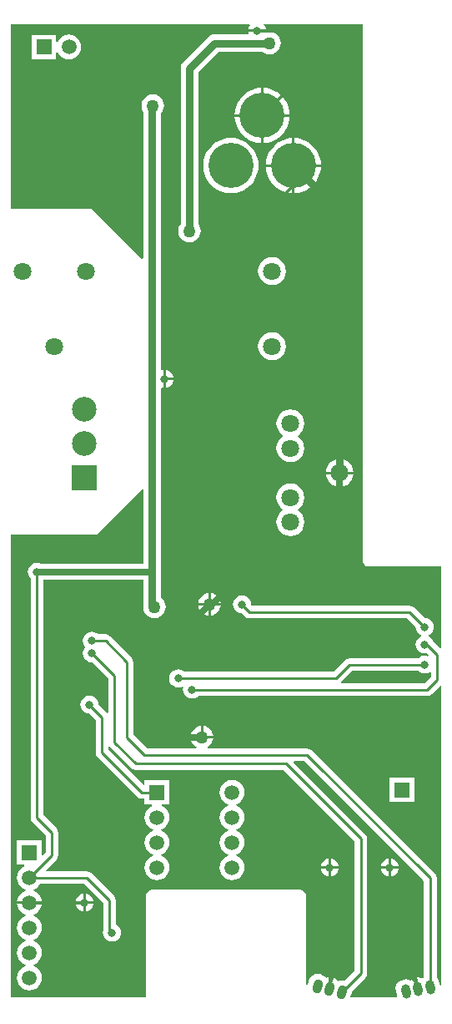
<source format=gbl>
%FSTAX24Y24*%
%MOIN*%
G70*
G01*
G75*
G04 Layer_Physical_Order=2*
G04 Layer_Color=16711680*
%ADD10R,0.0512X0.0394*%
%ADD11R,0.0256X0.0472*%
%ADD12R,0.0394X0.0512*%
%ADD13R,0.0709X0.0709*%
%ADD14O,0.0906X0.0236*%
%ADD15R,0.0984X0.0512*%
%ADD16R,0.0374X0.0315*%
%ADD17R,0.0630X0.0630*%
%ADD18R,0.0945X0.0236*%
%ADD19O,0.0945X0.0236*%
%ADD20R,0.1004X0.1299*%
%ADD21R,0.1004X0.0374*%
%ADD22R,0.0472X0.0512*%
%ADD23R,0.0394X0.0591*%
%ADD24O,0.0394X0.0591*%
%ADD25C,0.0100*%
%ADD26C,0.0250*%
%ADD27C,0.0600*%
%ADD28C,0.0300*%
%ADD29C,0.0400*%
%ADD30C,0.0060*%
%ADD31C,0.0080*%
%ADD32C,0.0591*%
%ADD33R,0.0591X0.0591*%
%ADD34C,0.1800*%
%ADD35R,0.0591X0.0591*%
G04:AMPARAMS|DCode=36|XSize=37.4mil|YSize=57.1mil|CornerRadius=0mil|HoleSize=0mil|Usage=FLASHONLY|Rotation=10.000|XOffset=0mil|YOffset=0mil|HoleType=Round|Shape=Round|*
%AMOVALD36*
21,1,0.0197,0.0374,0.0000,0.0000,100.0*
1,1,0.0374,0.0017,-0.0097*
1,1,0.0374,-0.0017,0.0097*
%
%ADD36OVALD36*%

G04:AMPARAMS|DCode=37|XSize=37.4mil|YSize=57.1mil|CornerRadius=0mil|HoleSize=0mil|Usage=FLASHONLY|Rotation=345.000|XOffset=0mil|YOffset=0mil|HoleType=Round|Shape=Round|*
%AMOVALD37*
21,1,0.0197,0.0374,0.0000,0.0000,75.0*
1,1,0.0374,-0.0025,-0.0095*
1,1,0.0374,0.0025,0.0095*
%
%ADD37OVALD37*%

%ADD38C,0.0984*%
%ADD39R,0.0984X0.0984*%
%ADD40C,0.0709*%
%ADD41C,0.0320*%
%ADD42C,0.0500*%
G36*
X201673Y139267D02*
Y135429D01*
X20166Y13542D01*
X201613Y135369D01*
X201552Y135401D01*
X201452Y135423D01*
X201401Y135421D01*
X201485Y134946D01*
X201386Y134929D01*
X201302Y135404D01*
X201253Y135388D01*
X201167Y135333D01*
X201121Y135282D01*
X201059Y135314D01*
X20096Y135336D01*
X200858Y135332D01*
X200761Y135301D01*
X200675Y135247D01*
X200606Y135171D01*
X200559Y135081D01*
X200537Y134982D01*
X200542Y13488D01*
X200576Y134686D01*
X200589Y134645D01*
X200559Y134605D01*
X198766D01*
X198735Y134645D01*
X198778Y134802D01*
X198785Y134857D01*
X199327Y135399D01*
X199382Y135482D01*
X199401Y135579D01*
X199401Y135579D01*
X199401Y135579D01*
Y135579D01*
Y140954D01*
X199401Y140954D01*
X199401Y140954D01*
Y140954D01*
X199401D01*
X199401Y140954D01*
X199382Y141051D01*
X199327Y141134D01*
X196462Y143999D01*
X196481Y144045D01*
X196894D01*
X201673Y139267D01*
D02*
G37*
G36*
X201443Y147643D02*
X201518Y147586D01*
X201606Y147549D01*
X2017Y147537D01*
X201794Y147549D01*
X201882Y147586D01*
X2019Y1476D01*
X201945Y147578D01*
Y147406D01*
X201694Y147155D01*
X198381D01*
X198362Y147201D01*
X198806Y147645D01*
X201442D01*
X201443Y147643D01*
D02*
G37*
G36*
X199212Y153248D02*
Y152067D01*
X199212Y152067D01*
X199212D01*
X199231Y151969D01*
X199287Y151886D01*
X199369Y151831D01*
X199467Y151812D01*
X202362D01*
Y148564D01*
X202315Y148545D01*
X20204Y148821D01*
X202014Y148882D01*
X201957Y148957D01*
X201882Y149014D01*
X201856Y149025D01*
Y149075D01*
X201882Y149086D01*
X201957Y149143D01*
X202014Y149218D01*
X202051Y149306D01*
X202063Y1494D01*
X202051Y149494D01*
X202014Y149582D01*
X201957Y149657D01*
X201882Y149714D01*
X201794Y149751D01*
X2017Y149763D01*
X201698Y149763D01*
X20128Y15018D01*
X201198Y150235D01*
X2011Y150255D01*
X194806D01*
X194763Y150298D01*
X194763Y1503D01*
X194751Y150394D01*
X194714Y150482D01*
X194657Y150557D01*
X194582Y150614D01*
X194494Y150651D01*
X1944Y150663D01*
X194306Y150651D01*
X194218Y150614D01*
X194143Y150557D01*
X194086Y150482D01*
X194049Y150394D01*
X194037Y1503D01*
X194049Y150206D01*
X194086Y150118D01*
X194143Y150043D01*
X194218Y149986D01*
X194306Y149949D01*
X1944Y149937D01*
X194402Y149937D01*
X19452Y14982D01*
X194602Y149765D01*
X1947Y149745D01*
X200994D01*
X201337Y149402D01*
X201337Y1494D01*
X201349Y149306D01*
X201386Y149218D01*
X201443Y149143D01*
X201518Y149086D01*
X201544Y149075D01*
Y149025D01*
X201518Y149014D01*
X201443Y148957D01*
X201386Y148882D01*
X201349Y148794D01*
X201337Y1487D01*
X201349Y148606D01*
X201386Y148518D01*
X201443Y148443D01*
X201518Y148386D01*
X201606Y148349D01*
X2017Y148337D01*
X201791Y148349D01*
X201865Y148274D01*
X201837Y148233D01*
X201794Y148251D01*
X2017Y148263D01*
X201606Y148251D01*
X201518Y148214D01*
X201443Y148157D01*
X201442Y148155D01*
X1987D01*
X198602Y148135D01*
X19852Y14808D01*
X198044Y147605D01*
X192108D01*
X192107Y147607D01*
X192032Y147664D01*
X191944Y147701D01*
X19185Y147713D01*
X191756Y147701D01*
X191668Y147664D01*
X191593Y147607D01*
X191536Y147532D01*
X191499Y147444D01*
X191487Y14735D01*
X191499Y147256D01*
X191536Y147168D01*
X191593Y147093D01*
X191668Y147036D01*
X191756Y146999D01*
X19185Y146987D01*
X191944Y146999D01*
X19199Y147018D01*
X192049Y146994D01*
X192037Y1469D01*
X192049Y146806D01*
X192086Y146718D01*
X192143Y146643D01*
X192218Y146586D01*
X192306Y146549D01*
X1924Y146537D01*
X192494Y146549D01*
X192582Y146586D01*
X192657Y146643D01*
X192658Y146645D01*
X2018D01*
X201898Y146665D01*
X20198Y14672D01*
X20198Y14672D01*
X20198Y14672D01*
X202315Y147055D01*
X202362Y147036D01*
Y135099D01*
X202312Y135094D01*
X202295Y135189D01*
X202265Y135286D01*
X20221Y135372D01*
X202183Y135397D01*
Y139372D01*
X202163Y13947D01*
X202108Y139552D01*
X19718Y14448D01*
X197098Y144535D01*
X197Y144555D01*
X193029D01*
X19302Y144604D01*
X193027Y144607D01*
X193121Y144679D01*
X193193Y144773D01*
X193238Y144883D01*
X193247Y14495D01*
X192353D01*
X192362Y144883D01*
X192407Y144773D01*
X192479Y144679D01*
X192573Y144607D01*
X19258Y144604D01*
X192571Y144555D01*
X190606D01*
X190055Y145106D01*
Y148D01*
X190035Y148098D01*
X18998Y14818D01*
X18913Y14903D01*
X189048Y149085D01*
X18895Y149105D01*
X188658D01*
X188657Y149107D01*
X188582Y149164D01*
X188494Y149201D01*
X1884Y149213D01*
X188306Y149201D01*
X188218Y149164D01*
X188143Y149107D01*
X188086Y149032D01*
X188049Y148944D01*
X188037Y14885D01*
X188049Y148756D01*
X188086Y148668D01*
X188138Y1486D01*
X188086Y148532D01*
X188049Y148444D01*
X188037Y14835D01*
X188049Y148256D01*
X188086Y148168D01*
X188143Y148093D01*
X188218Y148036D01*
X188306Y147999D01*
X1884Y147987D01*
X188402Y147987D01*
X189045Y147344D01*
Y145969D01*
X188997Y145955D01*
X18898Y14598D01*
X188663Y146298D01*
X188663Y1463D01*
X188651Y146394D01*
X188614Y146482D01*
X188557Y146557D01*
X188482Y146614D01*
X188394Y146651D01*
X1883Y146663D01*
X188206Y146651D01*
X188118Y146614D01*
X188043Y146557D01*
X187986Y146482D01*
X187949Y146394D01*
X187937Y1463D01*
X187949Y146206D01*
X187986Y146118D01*
X188043Y146043D01*
X188118Y145986D01*
X188206Y145949D01*
X1883Y145937D01*
X188302Y145937D01*
X188545Y145694D01*
Y1444D01*
X188545Y1444D01*
X188545D01*
X188564Y144302D01*
X18862Y14422D01*
X19022Y14262D01*
X190302Y142565D01*
X1904Y142545D01*
X190505D01*
Y142305D01*
X190796D01*
X190806Y142256D01*
X19075Y142233D01*
X190647Y142153D01*
X190567Y14205D01*
X190517Y141929D01*
X1905Y1418D01*
X190517Y141671D01*
X190567Y14155D01*
X190647Y141447D01*
X19075Y141367D01*
X190853Y141325D01*
Y141275D01*
X19075Y141233D01*
X190647Y141153D01*
X190567Y14105D01*
X190517Y140929D01*
X1905Y1408D01*
X190517Y140671D01*
X190567Y14055D01*
X190647Y140447D01*
X19075Y140367D01*
X190853Y140325D01*
Y140275D01*
X19075Y140233D01*
X190647Y140153D01*
X190567Y14005D01*
X190517Y139929D01*
X1905Y1398D01*
X190517Y139671D01*
X190567Y13955D01*
X190647Y139447D01*
X19075Y139367D01*
X190871Y139317D01*
X191Y1393D01*
X191129Y139317D01*
X19125Y139367D01*
X191353Y139447D01*
X191433Y13955D01*
X191483Y139671D01*
X1915Y1398D01*
X191483Y139929D01*
X191433Y14005D01*
X191353Y140153D01*
X19125Y140233D01*
X191147Y140275D01*
Y140325D01*
X19125Y140367D01*
X191353Y140447D01*
X191433Y14055D01*
X191483Y140671D01*
X1915Y1408D01*
X191483Y140929D01*
X191433Y14105D01*
X191353Y141153D01*
X19125Y141233D01*
X191147Y141275D01*
Y141325D01*
X19125Y141367D01*
X191353Y141447D01*
X191433Y14155D01*
X191483Y141671D01*
X1915Y1418D01*
X191483Y141929D01*
X191433Y14205D01*
X191353Y142153D01*
X19125Y142233D01*
X191194Y142256D01*
X191204Y142305D01*
X191495D01*
Y143295D01*
X190505D01*
Y143121D01*
X190459Y143102D01*
X189055Y144506D01*
Y144624D01*
X189103Y144638D01*
X18912Y144613D01*
X189966Y143766D01*
X190049Y143711D01*
X190146Y143692D01*
X196048D01*
X198892Y140848D01*
Y135685D01*
X198488Y135282D01*
X198401Y135293D01*
X1983Y13528D01*
X198236Y135254D01*
X198194Y135308D01*
X198113Y135371D01*
X198065Y13539D01*
X19794Y134924D01*
X197844Y13495D01*
X197969Y135416D01*
X197918Y135423D01*
X197817Y13541D01*
X197753Y135383D01*
X197711Y135438D01*
X19763Y1355D01*
X197536Y135539D01*
X197435Y135552D01*
X197334Y135539D01*
X197239Y1355D01*
X197159Y135438D01*
X197097Y135357D01*
X197058Y135263D01*
X197015Y135106D01*
X196966Y135112D01*
Y13865D01*
X196947Y138748D01*
X196891Y13883D01*
X196809Y138885D01*
X196711Y138905D01*
X190806D01*
X190708Y138885D01*
X190625Y13883D01*
X19057Y138748D01*
X190551Y13865D01*
Y134605D01*
X185155D01*
Y1531D01*
X1886D01*
X190401Y154901D01*
X190447Y154882D01*
Y151928D01*
X186349D01*
X186294Y151951D01*
X1862Y151963D01*
X186106Y151951D01*
X186018Y151914D01*
X185943Y151857D01*
X185886Y151782D01*
X185849Y151694D01*
X185837Y1516D01*
X185849Y151506D01*
X185886Y151418D01*
X185943Y151343D01*
X185945Y151342D01*
Y1418D01*
X185945Y1418D01*
X185945D01*
X185965Y141702D01*
X18602Y14162D01*
X186545Y141094D01*
Y140406D01*
X186441Y140302D01*
X186395Y140321D01*
Y140895D01*
X185405D01*
Y139905D01*
X185696D01*
X185706Y139856D01*
X18565Y139833D01*
X185547Y139753D01*
X185467Y13965D01*
X185417Y139529D01*
X1854Y1394D01*
X185417Y139271D01*
X185467Y13915D01*
X185547Y139047D01*
X18565Y138967D01*
X185753Y138925D01*
Y138875D01*
X18565Y138833D01*
X185547Y138753D01*
X185467Y13865D01*
X185417Y138529D01*
X185407Y13845D01*
X186393D01*
X186383Y138529D01*
X186333Y13865D01*
X186253Y138753D01*
X18615Y138833D01*
X186047Y138875D01*
Y138925D01*
X18615Y138967D01*
X186253Y139047D01*
X186329Y139145D01*
X188094D01*
X188845Y138394D01*
Y1373D01*
X188845Y1373D01*
X188845D01*
X188848Y137285D01*
X188837Y1372D01*
X188849Y137106D01*
X188886Y137018D01*
X188943Y136943D01*
X189018Y136886D01*
X189106Y136849D01*
X1892Y136837D01*
X189294Y136849D01*
X189382Y136886D01*
X189457Y136943D01*
X189514Y137018D01*
X189551Y137106D01*
X189563Y1372D01*
X189551Y137294D01*
X189514Y137382D01*
X189457Y137457D01*
X189382Y137514D01*
X189355Y137526D01*
Y1385D01*
X189355Y1385D01*
X189355Y1385D01*
Y1385D01*
X189355D01*
X189355Y1385D01*
X189335Y138598D01*
X18928Y13868D01*
X18838Y13958D01*
X188298Y139635D01*
X1882Y139655D01*
X186581D01*
X186562Y139701D01*
X18698Y14012D01*
X187036Y140202D01*
X187055Y1403D01*
Y1412D01*
X187036Y141298D01*
X18698Y14138D01*
X186455Y141906D01*
Y151272D01*
X190447D01*
Y1503D01*
X190453Y150253D01*
X190446Y1502D01*
X190462Y150083D01*
X190507Y149973D01*
X190579Y149879D01*
X190673Y149807D01*
X190783Y149762D01*
X1909Y149746D01*
X191017Y149762D01*
X191127Y149807D01*
X191221Y149879D01*
X191293Y149973D01*
X191338Y150083D01*
X191354Y1502D01*
X191338Y150317D01*
X191293Y150427D01*
X191221Y150521D01*
X191153Y150573D01*
Y1516D01*
Y158926D01*
X191195Y158954D01*
X191206Y158949D01*
X19125Y158943D01*
Y1593D01*
Y159657D01*
X191206Y159651D01*
X191195Y159646D01*
X191153Y159674D01*
Y169883D01*
X191222Y169973D01*
X191267Y170083D01*
X191283Y1702D01*
X191267Y170317D01*
X191222Y170427D01*
X19115Y170521D01*
X191056Y170593D01*
X190946Y170638D01*
X190829Y170654D01*
X190711Y170638D01*
X190602Y170593D01*
X190508Y170521D01*
X190436Y170427D01*
X19039Y170317D01*
X190375Y1702D01*
X19039Y170083D01*
X190436Y169973D01*
X190447Y169958D01*
Y164118D01*
X190401Y164099D01*
X1884Y1661D01*
X185155D01*
Y173465D01*
X194693D01*
X194715Y17342D01*
X194686Y173382D01*
X194649Y173294D01*
X194643Y17325D01*
X195357D01*
X195351Y173294D01*
X195314Y173382D01*
X195257Y173457D01*
X19526Y173465D01*
X199212D01*
Y153248D01*
D02*
G37*
%LPC*%
G36*
X201295Y143395D02*
X200305D01*
Y142405D01*
X201295D01*
Y143395D01*
D02*
G37*
G36*
X20035Y140157D02*
Y13985D01*
X200657D01*
X200651Y139894D01*
X200614Y139982D01*
X200557Y140057D01*
X200482Y140114D01*
X200394Y140151D01*
X20035Y140157D01*
D02*
G37*
G36*
X19795D02*
Y13985D01*
X198257D01*
X198251Y139894D01*
X198214Y139982D01*
X198157Y140057D01*
X198082Y140114D01*
X197994Y140151D01*
X19795Y140157D01*
D02*
G37*
G36*
X20025D02*
X200206Y140151D01*
X200118Y140114D01*
X200043Y140057D01*
X199986Y139982D01*
X199949Y139894D01*
X199943Y13985D01*
X20025D01*
Y140157D01*
D02*
G37*
G36*
X19275Y145447D02*
X192683Y145438D01*
X192573Y145393D01*
X192479Y145321D01*
X192407Y145227D01*
X192362Y145117D01*
X192353Y14505D01*
X19275D01*
Y145447D01*
D02*
G37*
G36*
X193547Y15025D02*
X19315D01*
Y149853D01*
X193217Y149862D01*
X193327Y149907D01*
X193421Y149979D01*
X193493Y150073D01*
X193538Y150183D01*
X193547Y15025D01*
D02*
G37*
G36*
X19305Y150747D02*
X192983Y150738D01*
X192873Y150693D01*
X192779Y150621D01*
X192707Y150527D01*
X192662Y150417D01*
X192653Y15035D01*
X19305D01*
Y150747D01*
D02*
G37*
G36*
X19285Y145447D02*
Y14505D01*
X193247D01*
X193238Y145117D01*
X193193Y145227D01*
X193121Y145321D01*
X193027Y145393D01*
X192917Y145438D01*
X19285Y145447D01*
D02*
G37*
G36*
X19305Y15025D02*
X192653D01*
X192662Y150183D01*
X192707Y150073D01*
X192779Y149979D01*
X192873Y149907D01*
X192983Y149862D01*
X19305Y149853D01*
Y15025D01*
D02*
G37*
G36*
X19785Y140157D02*
X197806Y140151D01*
X197718Y140114D01*
X197643Y140057D01*
X197586Y139982D01*
X197549Y139894D01*
X197543Y13985D01*
X19785D01*
Y140157D01*
D02*
G37*
G36*
X18805Y138757D02*
X188006Y138751D01*
X187918Y138714D01*
X187843Y138657D01*
X187786Y138582D01*
X187749Y138494D01*
X187743Y13845D01*
X18805D01*
Y138757D01*
D02*
G37*
G36*
X18815D02*
Y13845D01*
X188457D01*
X188451Y138494D01*
X188414Y138582D01*
X188357Y138657D01*
X188282Y138714D01*
X188194Y138751D01*
X18815Y138757D01*
D02*
G37*
G36*
X188457Y13835D02*
X18815D01*
Y138043D01*
X188194Y138049D01*
X188282Y138086D01*
X188357Y138143D01*
X188414Y138218D01*
X188451Y138306D01*
X188457Y13835D01*
D02*
G37*
G36*
X186393D02*
X185407D01*
X185417Y138271D01*
X185467Y13815D01*
X185547Y138047D01*
X18565Y137967D01*
X185753Y137925D01*
Y137875D01*
X18565Y137833D01*
X185547Y137753D01*
X185467Y13765D01*
X185417Y137529D01*
X1854Y1374D01*
X185417Y137271D01*
X185467Y13715D01*
X185547Y137047D01*
X18565Y136967D01*
X185753Y136925D01*
Y136875D01*
X18565Y136833D01*
X185547Y136753D01*
X185467Y13665D01*
X185417Y136529D01*
X1854Y1364D01*
X185417Y136271D01*
X185467Y13615D01*
X185547Y136047D01*
X18565Y135967D01*
X185753Y135925D01*
Y135875D01*
X18565Y135833D01*
X185547Y135753D01*
X185467Y13565D01*
X185417Y135529D01*
X1854Y1354D01*
X185417Y135271D01*
X185467Y13515D01*
X185547Y135047D01*
X18565Y134967D01*
X185771Y134917D01*
X1859Y1349D01*
X186029Y134917D01*
X18615Y134967D01*
X186253Y135047D01*
X186333Y13515D01*
X186383Y135271D01*
X1864Y1354D01*
X186383Y135529D01*
X186333Y13565D01*
X186253Y135753D01*
X18615Y135833D01*
X186047Y135875D01*
Y135925D01*
X18615Y135967D01*
X186253Y136047D01*
X186333Y13615D01*
X186383Y136271D01*
X1864Y1364D01*
X186383Y136529D01*
X186333Y13665D01*
X186253Y136753D01*
X18615Y136833D01*
X186047Y136875D01*
Y136925D01*
X18615Y136967D01*
X186253Y137047D01*
X186333Y13715D01*
X186383Y137271D01*
X1864Y1374D01*
X186383Y137529D01*
X186333Y13765D01*
X186253Y137753D01*
X18615Y137833D01*
X186047Y137875D01*
Y137925D01*
X18615Y137967D01*
X186253Y138047D01*
X186333Y13815D01*
X186383Y138271D01*
X186393Y13835D01*
D02*
G37*
G36*
X18805D02*
X187743D01*
X187749Y138306D01*
X187786Y138218D01*
X187843Y138143D01*
X187918Y138086D01*
X188006Y138049D01*
X18805Y138043D01*
Y13835D01*
D02*
G37*
G36*
X20025Y13975D02*
X199943D01*
X199949Y139706D01*
X199986Y139618D01*
X200043Y139543D01*
X200118Y139486D01*
X200206Y139449D01*
X20025Y139443D01*
Y13975D01*
D02*
G37*
G36*
X200657D02*
X20035D01*
Y139443D01*
X200394Y139449D01*
X200482Y139486D01*
X200557Y139543D01*
X200614Y139618D01*
X200651Y139706D01*
X200657Y13975D01*
D02*
G37*
G36*
X198257D02*
X19795D01*
Y139443D01*
X197994Y139449D01*
X198082Y139486D01*
X198157Y139543D01*
X198214Y139618D01*
X198251Y139706D01*
X198257Y13975D01*
D02*
G37*
G36*
X194Y1433D02*
X193871Y143283D01*
X19375Y143233D01*
X193647Y143153D01*
X193567Y14305D01*
X193517Y142929D01*
X1935Y1428D01*
X193517Y142671D01*
X193567Y14255D01*
X193647Y142447D01*
X19375Y142367D01*
X193853Y142325D01*
Y142275D01*
X19375Y142233D01*
X193647Y142153D01*
X193567Y14205D01*
X193517Y141929D01*
X1935Y1418D01*
X193517Y141671D01*
X193567Y14155D01*
X193647Y141447D01*
X19375Y141367D01*
X193853Y141325D01*
Y141275D01*
X19375Y141233D01*
X193647Y141153D01*
X193567Y14105D01*
X193517Y140929D01*
X1935Y1408D01*
X193517Y140671D01*
X193567Y14055D01*
X193647Y140447D01*
X19375Y140367D01*
X193853Y140325D01*
Y140275D01*
X19375Y140233D01*
X193647Y140153D01*
X193567Y14005D01*
X193517Y139929D01*
X1935Y1398D01*
X193517Y139671D01*
X193567Y13955D01*
X193647Y139447D01*
X19375Y139367D01*
X193871Y139317D01*
X194Y1393D01*
X194129Y139317D01*
X19425Y139367D01*
X194353Y139447D01*
X194433Y13955D01*
X194483Y139671D01*
X1945Y1398D01*
X194483Y139929D01*
X194433Y14005D01*
X194353Y140153D01*
X19425Y140233D01*
X194147Y140275D01*
Y140325D01*
X19425Y140367D01*
X194353Y140447D01*
X194433Y14055D01*
X194483Y140671D01*
X1945Y1408D01*
X194483Y140929D01*
X194433Y14105D01*
X194353Y141153D01*
X19425Y141233D01*
X194147Y141275D01*
Y141325D01*
X19425Y141367D01*
X194353Y141447D01*
X194433Y14155D01*
X194483Y141671D01*
X1945Y1418D01*
X194483Y141929D01*
X194433Y14205D01*
X194353Y142153D01*
X19425Y142233D01*
X194147Y142275D01*
Y142325D01*
X19425Y142367D01*
X194353Y142447D01*
X194433Y14255D01*
X194483Y142671D01*
X1945Y1428D01*
X194483Y142929D01*
X194433Y14305D01*
X194353Y143153D01*
X19425Y143233D01*
X194129Y143283D01*
X194Y1433D01*
D02*
G37*
G36*
X19785Y13975D02*
X197543D01*
X197549Y139706D01*
X197586Y139618D01*
X197643Y139543D01*
X197718Y139486D01*
X197806Y139449D01*
X19785Y139443D01*
Y13975D01*
D02*
G37*
G36*
X196405Y168914D02*
X196283Y168904D01*
X196114Y168864D01*
X195954Y168798D01*
X195807Y168707D01*
X195675Y168595D01*
X195562Y168463D01*
X195472Y168316D01*
X195406Y168156D01*
X195365Y167987D01*
X195356Y167865D01*
X196405D01*
Y168914D01*
D02*
G37*
G36*
X196505D02*
Y167865D01*
X197555D01*
X197545Y167987D01*
X197505Y168156D01*
X197438Y168316D01*
X197348Y168463D01*
X197235Y168595D01*
X197104Y168707D01*
X196956Y168798D01*
X196796Y168864D01*
X196628Y168904D01*
X196505Y168914D01*
D02*
G37*
G36*
X197555Y167765D02*
X196505D01*
Y166715D01*
X196628Y166725D01*
X196796Y166765D01*
X196956Y166831D01*
X197104Y166922D01*
X197235Y167034D01*
X197348Y167166D01*
X197438Y167314D01*
X197505Y167474D01*
X197545Y167642D01*
X197555Y167765D01*
D02*
G37*
G36*
X193955Y168918D02*
X193783Y168904D01*
X193614Y168864D01*
X193454Y168798D01*
X193307Y168707D01*
X193175Y168595D01*
X193062Y168463D01*
X192972Y168316D01*
X192906Y168156D01*
X192865Y167987D01*
X192852Y167815D01*
X192865Y167642D01*
X192906Y167474D01*
X192972Y167314D01*
X193062Y167166D01*
X193175Y167034D01*
X193307Y166922D01*
X193454Y166831D01*
X193614Y166765D01*
X193783Y166725D01*
X193955Y166711D01*
X194128Y166725D01*
X194296Y166765D01*
X194456Y166831D01*
X194604Y166922D01*
X194735Y167034D01*
X194848Y167166D01*
X194938Y167314D01*
X195005Y167474D01*
X195045Y167642D01*
X195059Y167815D01*
X195045Y167987D01*
X195005Y168156D01*
X194938Y168316D01*
X194848Y168463D01*
X194735Y168595D01*
X194604Y168707D01*
X194456Y168798D01*
X194296Y168864D01*
X194128Y168904D01*
X193955Y168918D01*
D02*
G37*
G36*
X196405Y167765D02*
X195356D01*
X195365Y167642D01*
X195406Y167474D01*
X195472Y167314D01*
X195562Y167166D01*
X195675Y167034D01*
X195807Y166922D01*
X195954Y166831D01*
X196114Y166765D01*
X196283Y166725D01*
X196405Y166715D01*
Y167765D01*
D02*
G37*
G36*
X195155Y169765D02*
X194106D01*
X194115Y169642D01*
X194156Y169474D01*
X194222Y169314D01*
X194312Y169166D01*
X194425Y169034D01*
X194557Y168922D01*
X194704Y168831D01*
X194864Y168765D01*
X195033Y168725D01*
X195155Y168715D01*
Y169765D01*
D02*
G37*
G36*
X187475Y173039D02*
X187346Y173022D01*
X187225Y172972D01*
X187122Y172892D01*
X187042Y172789D01*
X187019Y172733D01*
X18697Y172743D01*
Y173034D01*
X18598D01*
Y172044D01*
X18697D01*
Y172335D01*
X187019Y172345D01*
X187042Y172289D01*
X187122Y172186D01*
X187225Y172106D01*
X187346Y172056D01*
X187475Y172039D01*
X187604Y172056D01*
X187725Y172106D01*
X187828Y172186D01*
X187907Y172289D01*
X187957Y17241D01*
X187974Y172539D01*
X187957Y172668D01*
X187907Y172789D01*
X187828Y172892D01*
X187725Y172972D01*
X187604Y173022D01*
X187475Y173039D01*
D02*
G37*
G36*
X19536Y173175D02*
X195357Y17315D01*
X194643D01*
X194649Y173106D01*
X194654Y173095D01*
X194626Y173053D01*
X1933D01*
X1933Y173053D01*
X193209Y173041D01*
X193123Y173006D01*
X19305Y17295D01*
X19205Y17195D01*
X191994Y171877D01*
X191959Y171791D01*
X191947Y1717D01*
Y165479D01*
X191907Y165427D01*
X191862Y165317D01*
X191846Y1652D01*
X191862Y165083D01*
X191907Y164973D01*
X191979Y164879D01*
X192073Y164807D01*
X192183Y164762D01*
X1923Y164746D01*
X192417Y164762D01*
X192527Y164807D01*
X192621Y164879D01*
X192693Y164973D01*
X192738Y165083D01*
X192754Y1652D01*
X192738Y165317D01*
X192693Y165427D01*
X192653Y165479D01*
Y171554D01*
X193446Y172347D01*
X195221D01*
X195273Y172307D01*
X195383Y172262D01*
X1955Y172246D01*
X195617Y172262D01*
X195727Y172307D01*
X195821Y172379D01*
X195893Y172473D01*
X195938Y172583D01*
X195954Y1727D01*
X195938Y172817D01*
X195893Y172927D01*
X195821Y173021D01*
X195727Y173093D01*
X195617Y173138D01*
X1955Y173154D01*
X195395Y17314D01*
X19536Y173175D01*
D02*
G37*
G36*
X195255Y170914D02*
Y169865D01*
X196305D01*
X196295Y169987D01*
X196255Y170156D01*
X196188Y170315D01*
X196098Y170463D01*
X195985Y170595D01*
X195854Y170707D01*
X195706Y170798D01*
X195546Y170864D01*
X195378Y170904D01*
X195255Y170914D01*
D02*
G37*
G36*
X196305Y169765D02*
X195255D01*
Y168715D01*
X195378Y168725D01*
X195546Y168765D01*
X195706Y168831D01*
X195854Y168922D01*
X195985Y169034D01*
X196098Y169166D01*
X196188Y169314D01*
X196255Y169474D01*
X196295Y169642D01*
X196305Y169765D01*
D02*
G37*
G36*
X195155Y170914D02*
X195033Y170904D01*
X194864Y170864D01*
X194704Y170798D01*
X194557Y170707D01*
X194425Y170595D01*
X194312Y170463D01*
X194222Y170315D01*
X194156Y170156D01*
X194115Y169987D01*
X194106Y169865D01*
X195155D01*
Y170914D01*
D02*
G37*
G36*
X198853Y1555D02*
X19835D01*
Y154997D01*
X198445Y15501D01*
X19858Y155066D01*
X198695Y155155D01*
X198784Y15527D01*
X19884Y155405D01*
X198853Y1555D01*
D02*
G37*
G36*
X19825Y156103D02*
X198155Y15609D01*
X19802Y156034D01*
X197905Y155945D01*
X197816Y15583D01*
X19776Y155695D01*
X197747Y1556D01*
X19825D01*
Y156103D01*
D02*
G37*
G36*
Y1555D02*
X197747D01*
X19776Y155405D01*
X197816Y15527D01*
X197905Y155155D01*
X19802Y155066D01*
X198155Y15501D01*
X19825Y154997D01*
Y1555D01*
D02*
G37*
G36*
X19315Y150747D02*
Y15035D01*
X193547D01*
X193538Y150417D01*
X193493Y150527D01*
X193421Y150621D01*
X193327Y150693D01*
X193217Y150738D01*
X19315Y150747D01*
D02*
G37*
G36*
X196332Y155125D02*
X196187Y155106D01*
X196052Y15505D01*
X195936Y154961D01*
X195847Y154845D01*
X195791Y15471D01*
X195772Y154566D01*
X195791Y154421D01*
X195847Y154286D01*
X195936Y15417D01*
X19603Y154099D01*
Y154049D01*
X195936Y153977D01*
X195847Y153861D01*
X195791Y153726D01*
X195772Y153581D01*
X195791Y153437D01*
X195847Y153302D01*
X195936Y153186D01*
X196052Y153097D01*
X196187Y153041D01*
X196332Y153022D01*
X196476Y153041D01*
X196611Y153097D01*
X196727Y153186D01*
X196816Y153302D01*
X196872Y153437D01*
X196891Y153581D01*
X196872Y153726D01*
X196816Y153861D01*
X196727Y153977D01*
X196611Y154066D01*
Y154082D01*
X196727Y15417D01*
X196816Y154286D01*
X196872Y154421D01*
X196891Y154566D01*
X196872Y15471D01*
X196816Y154845D01*
X196727Y154961D01*
X196611Y15505D01*
X196476Y155106D01*
X196332Y155125D01*
D02*
G37*
G36*
X19835Y156103D02*
Y1556D01*
X198853D01*
X19884Y155695D01*
X198784Y15583D01*
X198695Y155945D01*
X19858Y156034D01*
X198445Y15609D01*
X19835Y156103D01*
D02*
G37*
G36*
X1956Y161159D02*
X195455Y16114D01*
X19532Y161084D01*
X195205Y160995D01*
X195116Y16088D01*
X19506Y160745D01*
X195041Y1606D01*
X19506Y160455D01*
X195116Y16032D01*
X195205Y160205D01*
X19532Y160116D01*
X195455Y16006D01*
X1956Y160041D01*
X195745Y16006D01*
X19588Y160116D01*
X195995Y160205D01*
X196084Y16032D01*
X19614Y160455D01*
X196159Y1606D01*
X19614Y160745D01*
X196084Y16088D01*
X195995Y160995D01*
X19588Y161084D01*
X195745Y16114D01*
X1956Y161159D01*
D02*
G37*
G36*
Y164159D02*
X195455Y16414D01*
X19532Y164084D01*
X195205Y163995D01*
X195116Y16388D01*
X19506Y163745D01*
X195041Y1636D01*
X19506Y163455D01*
X195116Y16332D01*
X195205Y163205D01*
X19532Y163116D01*
X195455Y16306D01*
X1956Y163041D01*
X195745Y16306D01*
X19588Y163116D01*
X195995Y163205D01*
X196084Y16332D01*
X19614Y163455D01*
X196159Y1636D01*
X19614Y163745D01*
X196084Y16388D01*
X195995Y163995D01*
X19588Y164084D01*
X195745Y16414D01*
X1956Y164159D01*
D02*
G37*
G36*
X19135Y159657D02*
Y15935D01*
X191657D01*
X191651Y159394D01*
X191614Y159482D01*
X191557Y159557D01*
X191482Y159614D01*
X191394Y159651D01*
X19135Y159657D01*
D02*
G37*
G36*
X196332Y158078D02*
X196187Y158059D01*
X196052Y158003D01*
X195936Y157914D01*
X195847Y157798D01*
X195791Y157663D01*
X195772Y157519D01*
X195791Y157374D01*
X195847Y157239D01*
X195936Y157123D01*
X19603Y157051D01*
Y157001D01*
X195936Y15693D01*
X195847Y156814D01*
X195791Y156679D01*
X195772Y156534D01*
X195791Y15639D01*
X195847Y156255D01*
X195936Y156139D01*
X196052Y15605D01*
X196187Y155994D01*
X196332Y155975D01*
X196476Y155994D01*
X196611Y15605D01*
X196727Y156139D01*
X196816Y156255D01*
X196872Y15639D01*
X196891Y156534D01*
X196872Y156679D01*
X196816Y156814D01*
X196727Y15693D01*
X196611Y157018D01*
Y157034D01*
X196727Y157123D01*
X196816Y157239D01*
X196872Y157374D01*
X196891Y157519D01*
X196872Y157663D01*
X196816Y157798D01*
X196727Y157914D01*
X196611Y158003D01*
X196476Y158059D01*
X196332Y158078D01*
D02*
G37*
G36*
X191657Y15925D02*
X19135D01*
Y158943D01*
X191394Y158949D01*
X191482Y158986D01*
X191557Y159043D01*
X191614Y159118D01*
X191651Y159206D01*
X191657Y15925D01*
D02*
G37*
%LPD*%
D25*
X2018Y1487D02*
X2022Y1483D01*
Y1473D02*
Y1483D01*
X2018Y1469D02*
X2022Y1473D01*
X193Y1502D02*
X1931D01*
X1944Y1503D02*
X1947Y15D01*
X1898Y145D02*
Y148D01*
X18895Y14885D02*
X1898Y148D01*
X1884Y14885D02*
X18895D01*
X19185Y14735D02*
X19815D01*
X1987Y1479D01*
X2017D01*
X1924Y1469D02*
X2018D01*
X1947Y15D02*
X2011D01*
X2017Y1494D01*
X1884Y14835D02*
X1893Y14745D01*
X1898Y145D02*
X1905Y1443D01*
X1893Y144793D02*
X190146Y143946D01*
X198375Y134808D02*
X199146Y135579D01*
X190146Y143946D02*
X196154D01*
X199146Y140954D01*
Y135579D02*
Y140954D01*
X1905Y1443D02*
X197D01*
X201928Y139372D01*
Y135024D02*
Y139372D01*
X1883Y1463D02*
X1888Y1458D01*
Y1444D02*
Y1458D01*
Y1444D02*
X1904Y1428D01*
X191D01*
X1893Y144793D02*
Y14745D01*
X2003Y1363D02*
Y1398D01*
Y1363D02*
X201435Y135165D01*
Y134937D02*
Y135165D01*
X197892Y134937D02*
Y135192D01*
X1979Y1352D01*
Y1398D01*
X1859Y1384D02*
X1881D01*
X1908Y1503D02*
X1909Y1502D01*
X1862Y1418D02*
Y1516D01*
Y1418D02*
X1868Y1412D01*
Y1403D02*
Y1412D01*
X1859Y1394D02*
X1868Y1403D01*
X1859Y1394D02*
X1882D01*
X1891Y1385D01*
Y1373D02*
Y1385D01*
Y1373D02*
X1892Y1372D01*
X1908Y170171D02*
X190829Y1702D01*
X196455Y167055D02*
Y167815D01*
X1913Y1619D02*
X196455Y167055D01*
X1913Y1593D02*
Y1619D01*
X195Y1732D02*
X1961D01*
X1963Y173D01*
Y170909D02*
Y173D01*
X195205Y169815D02*
X1963Y170909D01*
D26*
X1909Y1481D02*
X193Y1502D01*
X1909Y1464D02*
Y1481D01*
X1951Y1522D02*
X1967D01*
X1931Y1502D02*
X1951Y1522D01*
X1967D02*
X1983Y1538D01*
Y15555D01*
X1909Y1464D02*
X1923Y145D01*
X1928D01*
X1862Y1516D02*
X1908D01*
D28*
X1933Y1727D02*
X1955D01*
X1923Y1717D02*
X1933Y1727D01*
X1923Y1652D02*
Y1717D01*
X1983Y15555D02*
Y16597D01*
X196455Y167815D02*
X1983Y16597D01*
X1908Y1503D02*
Y1516D01*
Y170171D01*
D32*
X194Y1398D02*
D03*
Y1408D02*
D03*
Y1418D02*
D03*
Y1428D02*
D03*
X191Y1398D02*
D03*
Y1408D02*
D03*
Y1418D02*
D03*
X1859Y1354D02*
D03*
Y1364D02*
D03*
Y1374D02*
D03*
Y1384D02*
D03*
Y1394D02*
D03*
X187475Y172539D02*
D03*
D33*
X191Y1428D02*
D03*
X2008Y1429D02*
D03*
X186475Y172539D02*
D03*
D34*
X193955Y167815D02*
D03*
X196455D02*
D03*
X195205Y169815D02*
D03*
D35*
X1859Y1404D02*
D03*
D36*
X200943Y134851D02*
D03*
X201435Y134937D02*
D03*
X201928Y135024D02*
D03*
D37*
X197409Y135067D02*
D03*
X197892Y134937D02*
D03*
X198375Y134808D02*
D03*
D38*
X1881Y1581D02*
D03*
Y156722D02*
D03*
D39*
Y155344D02*
D03*
D40*
X1956Y1636D02*
D03*
Y1606D02*
D03*
X186899D02*
D03*
X185639Y1636D02*
D03*
X188159D02*
D03*
X196332Y156534D02*
D03*
Y154566D02*
D03*
Y157519D02*
D03*
Y153581D02*
D03*
X1983Y15555D02*
D03*
D41*
X1944Y1503D02*
D03*
X19185Y14735D02*
D03*
X1924Y1469D02*
D03*
X2017Y1479D02*
D03*
Y1487D02*
D03*
Y1494D02*
D03*
X1884Y14835D02*
D03*
Y14885D02*
D03*
X1883Y1463D02*
D03*
X2003Y1398D02*
D03*
X1979D02*
D03*
X1881Y1384D02*
D03*
X1862Y1516D02*
D03*
X1892Y1372D02*
D03*
X1913Y1593D02*
D03*
X195Y1732D02*
D03*
D42*
X1955Y1727D02*
D03*
X1923Y1652D02*
D03*
X1931Y1503D02*
D03*
X1928Y145D02*
D03*
X1909Y1502D02*
D03*
X190829Y1702D02*
D03*
M02*

</source>
